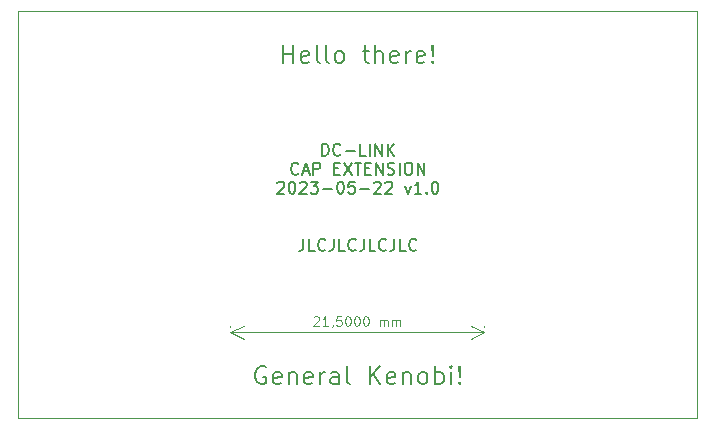
<source format=gto>
%TF.GenerationSoftware,KiCad,Pcbnew,6.0.2+dfsg-1*%
%TF.CreationDate,2023-05-25T22:22:25+02:00*%
%TF.ProjectId,dclink,64636c69-6e6b-42e6-9b69-6361645f7063,V0*%
%TF.SameCoordinates,Original*%
%TF.FileFunction,Legend,Top*%
%TF.FilePolarity,Positive*%
%FSLAX46Y46*%
G04 Gerber Fmt 4.6, Leading zero omitted, Abs format (unit mm)*
G04 Created by KiCad (PCBNEW 6.0.2+dfsg-1) date 2023-05-25 22:22:25*
%MOMM*%
%LPD*%
G01*
G04 APERTURE LIST*
%ADD10C,0.150000*%
%ADD11C,0.200000*%
%ADD12C,0.120000*%
%ADD13C,12.708000*%
%ADD14C,12.200000*%
%ADD15O,4.500000X4.000000*%
G04 APERTURE END LIST*
D10*
X146852380Y-106827380D02*
X146852380Y-105827380D01*
X147090476Y-105827380D01*
X147233333Y-105875000D01*
X147328571Y-105970238D01*
X147376190Y-106065476D01*
X147423809Y-106255952D01*
X147423809Y-106398809D01*
X147376190Y-106589285D01*
X147328571Y-106684523D01*
X147233333Y-106779761D01*
X147090476Y-106827380D01*
X146852380Y-106827380D01*
X148423809Y-106732142D02*
X148376190Y-106779761D01*
X148233333Y-106827380D01*
X148138095Y-106827380D01*
X147995238Y-106779761D01*
X147900000Y-106684523D01*
X147852380Y-106589285D01*
X147804761Y-106398809D01*
X147804761Y-106255952D01*
X147852380Y-106065476D01*
X147900000Y-105970238D01*
X147995238Y-105875000D01*
X148138095Y-105827380D01*
X148233333Y-105827380D01*
X148376190Y-105875000D01*
X148423809Y-105922619D01*
X148852380Y-106446428D02*
X149614285Y-106446428D01*
X150566666Y-106827380D02*
X150090476Y-106827380D01*
X150090476Y-105827380D01*
X150900000Y-106827380D02*
X150900000Y-105827380D01*
X151376190Y-106827380D02*
X151376190Y-105827380D01*
X151947619Y-106827380D01*
X151947619Y-105827380D01*
X152423809Y-106827380D02*
X152423809Y-105827380D01*
X152995238Y-106827380D02*
X152566666Y-106255952D01*
X152995238Y-105827380D02*
X152423809Y-106398809D01*
X144852380Y-108342142D02*
X144804761Y-108389761D01*
X144661904Y-108437380D01*
X144566666Y-108437380D01*
X144423809Y-108389761D01*
X144328571Y-108294523D01*
X144280952Y-108199285D01*
X144233333Y-108008809D01*
X144233333Y-107865952D01*
X144280952Y-107675476D01*
X144328571Y-107580238D01*
X144423809Y-107485000D01*
X144566666Y-107437380D01*
X144661904Y-107437380D01*
X144804761Y-107485000D01*
X144852380Y-107532619D01*
X145233333Y-108151666D02*
X145709523Y-108151666D01*
X145138095Y-108437380D02*
X145471428Y-107437380D01*
X145804761Y-108437380D01*
X146138095Y-108437380D02*
X146138095Y-107437380D01*
X146519047Y-107437380D01*
X146614285Y-107485000D01*
X146661904Y-107532619D01*
X146709523Y-107627857D01*
X146709523Y-107770714D01*
X146661904Y-107865952D01*
X146614285Y-107913571D01*
X146519047Y-107961190D01*
X146138095Y-107961190D01*
X147900000Y-107913571D02*
X148233333Y-107913571D01*
X148376190Y-108437380D02*
X147900000Y-108437380D01*
X147900000Y-107437380D01*
X148376190Y-107437380D01*
X148709523Y-107437380D02*
X149376190Y-108437380D01*
X149376190Y-107437380D02*
X148709523Y-108437380D01*
X149614285Y-107437380D02*
X150185714Y-107437380D01*
X149900000Y-108437380D02*
X149900000Y-107437380D01*
X150519047Y-107913571D02*
X150852380Y-107913571D01*
X150995238Y-108437380D02*
X150519047Y-108437380D01*
X150519047Y-107437380D01*
X150995238Y-107437380D01*
X151423809Y-108437380D02*
X151423809Y-107437380D01*
X151995238Y-108437380D01*
X151995238Y-107437380D01*
X152423809Y-108389761D02*
X152566666Y-108437380D01*
X152804761Y-108437380D01*
X152900000Y-108389761D01*
X152947619Y-108342142D01*
X152995238Y-108246904D01*
X152995238Y-108151666D01*
X152947619Y-108056428D01*
X152900000Y-108008809D01*
X152804761Y-107961190D01*
X152614285Y-107913571D01*
X152519047Y-107865952D01*
X152471428Y-107818333D01*
X152423809Y-107723095D01*
X152423809Y-107627857D01*
X152471428Y-107532619D01*
X152519047Y-107485000D01*
X152614285Y-107437380D01*
X152852380Y-107437380D01*
X152995238Y-107485000D01*
X153423809Y-108437380D02*
X153423809Y-107437380D01*
X154090476Y-107437380D02*
X154280952Y-107437380D01*
X154376190Y-107485000D01*
X154471428Y-107580238D01*
X154519047Y-107770714D01*
X154519047Y-108104047D01*
X154471428Y-108294523D01*
X154376190Y-108389761D01*
X154280952Y-108437380D01*
X154090476Y-108437380D01*
X153995238Y-108389761D01*
X153900000Y-108294523D01*
X153852380Y-108104047D01*
X153852380Y-107770714D01*
X153900000Y-107580238D01*
X153995238Y-107485000D01*
X154090476Y-107437380D01*
X154947619Y-108437380D02*
X154947619Y-107437380D01*
X155519047Y-108437380D01*
X155519047Y-107437380D01*
X143090476Y-109142619D02*
X143138095Y-109095000D01*
X143233333Y-109047380D01*
X143471428Y-109047380D01*
X143566666Y-109095000D01*
X143614285Y-109142619D01*
X143661904Y-109237857D01*
X143661904Y-109333095D01*
X143614285Y-109475952D01*
X143042857Y-110047380D01*
X143661904Y-110047380D01*
X144280952Y-109047380D02*
X144376190Y-109047380D01*
X144471428Y-109095000D01*
X144519047Y-109142619D01*
X144566666Y-109237857D01*
X144614285Y-109428333D01*
X144614285Y-109666428D01*
X144566666Y-109856904D01*
X144519047Y-109952142D01*
X144471428Y-109999761D01*
X144376190Y-110047380D01*
X144280952Y-110047380D01*
X144185714Y-109999761D01*
X144138095Y-109952142D01*
X144090476Y-109856904D01*
X144042857Y-109666428D01*
X144042857Y-109428333D01*
X144090476Y-109237857D01*
X144138095Y-109142619D01*
X144185714Y-109095000D01*
X144280952Y-109047380D01*
X144995238Y-109142619D02*
X145042857Y-109095000D01*
X145138095Y-109047380D01*
X145376190Y-109047380D01*
X145471428Y-109095000D01*
X145519047Y-109142619D01*
X145566666Y-109237857D01*
X145566666Y-109333095D01*
X145519047Y-109475952D01*
X144947619Y-110047380D01*
X145566666Y-110047380D01*
X145900000Y-109047380D02*
X146519047Y-109047380D01*
X146185714Y-109428333D01*
X146328571Y-109428333D01*
X146423809Y-109475952D01*
X146471428Y-109523571D01*
X146519047Y-109618809D01*
X146519047Y-109856904D01*
X146471428Y-109952142D01*
X146423809Y-109999761D01*
X146328571Y-110047380D01*
X146042857Y-110047380D01*
X145947619Y-109999761D01*
X145900000Y-109952142D01*
X146947619Y-109666428D02*
X147709523Y-109666428D01*
X148376190Y-109047380D02*
X148471428Y-109047380D01*
X148566666Y-109095000D01*
X148614285Y-109142619D01*
X148661904Y-109237857D01*
X148709523Y-109428333D01*
X148709523Y-109666428D01*
X148661904Y-109856904D01*
X148614285Y-109952142D01*
X148566666Y-109999761D01*
X148471428Y-110047380D01*
X148376190Y-110047380D01*
X148280952Y-109999761D01*
X148233333Y-109952142D01*
X148185714Y-109856904D01*
X148138095Y-109666428D01*
X148138095Y-109428333D01*
X148185714Y-109237857D01*
X148233333Y-109142619D01*
X148280952Y-109095000D01*
X148376190Y-109047380D01*
X149614285Y-109047380D02*
X149138095Y-109047380D01*
X149090476Y-109523571D01*
X149138095Y-109475952D01*
X149233333Y-109428333D01*
X149471428Y-109428333D01*
X149566666Y-109475952D01*
X149614285Y-109523571D01*
X149661904Y-109618809D01*
X149661904Y-109856904D01*
X149614285Y-109952142D01*
X149566666Y-109999761D01*
X149471428Y-110047380D01*
X149233333Y-110047380D01*
X149138095Y-109999761D01*
X149090476Y-109952142D01*
X150090476Y-109666428D02*
X150852380Y-109666428D01*
X151280952Y-109142619D02*
X151328571Y-109095000D01*
X151423809Y-109047380D01*
X151661904Y-109047380D01*
X151757142Y-109095000D01*
X151804761Y-109142619D01*
X151852380Y-109237857D01*
X151852380Y-109333095D01*
X151804761Y-109475952D01*
X151233333Y-110047380D01*
X151852380Y-110047380D01*
X152233333Y-109142619D02*
X152280952Y-109095000D01*
X152376190Y-109047380D01*
X152614285Y-109047380D01*
X152709523Y-109095000D01*
X152757142Y-109142619D01*
X152804761Y-109237857D01*
X152804761Y-109333095D01*
X152757142Y-109475952D01*
X152185714Y-110047380D01*
X152804761Y-110047380D01*
X153900000Y-109380714D02*
X154138095Y-110047380D01*
X154376190Y-109380714D01*
X155280952Y-110047380D02*
X154709523Y-110047380D01*
X154995238Y-110047380D02*
X154995238Y-109047380D01*
X154900000Y-109190238D01*
X154804761Y-109285476D01*
X154709523Y-109333095D01*
X155709523Y-109952142D02*
X155757142Y-109999761D01*
X155709523Y-110047380D01*
X155661904Y-109999761D01*
X155709523Y-109952142D01*
X155709523Y-110047380D01*
X156376190Y-109047380D02*
X156471428Y-109047380D01*
X156566666Y-109095000D01*
X156614285Y-109142619D01*
X156661904Y-109237857D01*
X156709523Y-109428333D01*
X156709523Y-109666428D01*
X156661904Y-109856904D01*
X156614285Y-109952142D01*
X156566666Y-109999761D01*
X156471428Y-110047380D01*
X156376190Y-110047380D01*
X156280952Y-109999761D01*
X156233333Y-109952142D01*
X156185714Y-109856904D01*
X156138095Y-109666428D01*
X156138095Y-109428333D01*
X156185714Y-109237857D01*
X156233333Y-109142619D01*
X156280952Y-109095000D01*
X156376190Y-109047380D01*
X145280952Y-113877380D02*
X145280952Y-114591666D01*
X145233333Y-114734523D01*
X145138095Y-114829761D01*
X144995238Y-114877380D01*
X144900000Y-114877380D01*
X146233333Y-114877380D02*
X145757142Y-114877380D01*
X145757142Y-113877380D01*
X147138095Y-114782142D02*
X147090476Y-114829761D01*
X146947619Y-114877380D01*
X146852380Y-114877380D01*
X146709523Y-114829761D01*
X146614285Y-114734523D01*
X146566666Y-114639285D01*
X146519047Y-114448809D01*
X146519047Y-114305952D01*
X146566666Y-114115476D01*
X146614285Y-114020238D01*
X146709523Y-113925000D01*
X146852380Y-113877380D01*
X146947619Y-113877380D01*
X147090476Y-113925000D01*
X147138095Y-113972619D01*
X147852380Y-113877380D02*
X147852380Y-114591666D01*
X147804761Y-114734523D01*
X147709523Y-114829761D01*
X147566666Y-114877380D01*
X147471428Y-114877380D01*
X148804761Y-114877380D02*
X148328571Y-114877380D01*
X148328571Y-113877380D01*
X149709523Y-114782142D02*
X149661904Y-114829761D01*
X149519047Y-114877380D01*
X149423809Y-114877380D01*
X149280952Y-114829761D01*
X149185714Y-114734523D01*
X149138095Y-114639285D01*
X149090476Y-114448809D01*
X149090476Y-114305952D01*
X149138095Y-114115476D01*
X149185714Y-114020238D01*
X149280952Y-113925000D01*
X149423809Y-113877380D01*
X149519047Y-113877380D01*
X149661904Y-113925000D01*
X149709523Y-113972619D01*
X150423809Y-113877380D02*
X150423809Y-114591666D01*
X150376190Y-114734523D01*
X150280952Y-114829761D01*
X150138095Y-114877380D01*
X150042857Y-114877380D01*
X151376190Y-114877380D02*
X150900000Y-114877380D01*
X150900000Y-113877380D01*
X152280952Y-114782142D02*
X152233333Y-114829761D01*
X152090476Y-114877380D01*
X151995238Y-114877380D01*
X151852380Y-114829761D01*
X151757142Y-114734523D01*
X151709523Y-114639285D01*
X151661904Y-114448809D01*
X151661904Y-114305952D01*
X151709523Y-114115476D01*
X151757142Y-114020238D01*
X151852380Y-113925000D01*
X151995238Y-113877380D01*
X152090476Y-113877380D01*
X152233333Y-113925000D01*
X152280952Y-113972619D01*
X152995238Y-113877380D02*
X152995238Y-114591666D01*
X152947619Y-114734523D01*
X152852380Y-114829761D01*
X152709523Y-114877380D01*
X152614285Y-114877380D01*
X153947619Y-114877380D02*
X153471428Y-114877380D01*
X153471428Y-113877380D01*
X154852380Y-114782142D02*
X154804761Y-114829761D01*
X154661904Y-114877380D01*
X154566666Y-114877380D01*
X154423809Y-114829761D01*
X154328571Y-114734523D01*
X154280952Y-114639285D01*
X154233333Y-114448809D01*
X154233333Y-114305952D01*
X154280952Y-114115476D01*
X154328571Y-114020238D01*
X154423809Y-113925000D01*
X154566666Y-113877380D01*
X154661904Y-113877380D01*
X154804761Y-113925000D01*
X154852380Y-113972619D01*
D11*
X142078571Y-124750000D02*
X141935714Y-124678571D01*
X141721428Y-124678571D01*
X141507142Y-124750000D01*
X141364285Y-124892857D01*
X141292857Y-125035714D01*
X141221428Y-125321428D01*
X141221428Y-125535714D01*
X141292857Y-125821428D01*
X141364285Y-125964285D01*
X141507142Y-126107142D01*
X141721428Y-126178571D01*
X141864285Y-126178571D01*
X142078571Y-126107142D01*
X142150000Y-126035714D01*
X142150000Y-125535714D01*
X141864285Y-125535714D01*
X143364285Y-126107142D02*
X143221428Y-126178571D01*
X142935714Y-126178571D01*
X142792857Y-126107142D01*
X142721428Y-125964285D01*
X142721428Y-125392857D01*
X142792857Y-125250000D01*
X142935714Y-125178571D01*
X143221428Y-125178571D01*
X143364285Y-125250000D01*
X143435714Y-125392857D01*
X143435714Y-125535714D01*
X142721428Y-125678571D01*
X144078571Y-125178571D02*
X144078571Y-126178571D01*
X144078571Y-125321428D02*
X144150000Y-125250000D01*
X144292857Y-125178571D01*
X144507142Y-125178571D01*
X144650000Y-125250000D01*
X144721428Y-125392857D01*
X144721428Y-126178571D01*
X146007142Y-126107142D02*
X145864285Y-126178571D01*
X145578571Y-126178571D01*
X145435714Y-126107142D01*
X145364285Y-125964285D01*
X145364285Y-125392857D01*
X145435714Y-125250000D01*
X145578571Y-125178571D01*
X145864285Y-125178571D01*
X146007142Y-125250000D01*
X146078571Y-125392857D01*
X146078571Y-125535714D01*
X145364285Y-125678571D01*
X146721428Y-126178571D02*
X146721428Y-125178571D01*
X146721428Y-125464285D02*
X146792857Y-125321428D01*
X146864285Y-125250000D01*
X147007142Y-125178571D01*
X147150000Y-125178571D01*
X148292857Y-126178571D02*
X148292857Y-125392857D01*
X148221428Y-125250000D01*
X148078571Y-125178571D01*
X147792857Y-125178571D01*
X147650000Y-125250000D01*
X148292857Y-126107142D02*
X148150000Y-126178571D01*
X147792857Y-126178571D01*
X147650000Y-126107142D01*
X147578571Y-125964285D01*
X147578571Y-125821428D01*
X147650000Y-125678571D01*
X147792857Y-125607142D01*
X148150000Y-125607142D01*
X148292857Y-125535714D01*
X149221428Y-126178571D02*
X149078571Y-126107142D01*
X149007142Y-125964285D01*
X149007142Y-124678571D01*
X150935714Y-126178571D02*
X150935714Y-124678571D01*
X151792857Y-126178571D02*
X151150000Y-125321428D01*
X151792857Y-124678571D02*
X150935714Y-125535714D01*
X153007142Y-126107142D02*
X152864285Y-126178571D01*
X152578571Y-126178571D01*
X152435714Y-126107142D01*
X152364285Y-125964285D01*
X152364285Y-125392857D01*
X152435714Y-125250000D01*
X152578571Y-125178571D01*
X152864285Y-125178571D01*
X153007142Y-125250000D01*
X153078571Y-125392857D01*
X153078571Y-125535714D01*
X152364285Y-125678571D01*
X153721428Y-125178571D02*
X153721428Y-126178571D01*
X153721428Y-125321428D02*
X153792857Y-125250000D01*
X153935714Y-125178571D01*
X154150000Y-125178571D01*
X154292857Y-125250000D01*
X154364285Y-125392857D01*
X154364285Y-126178571D01*
X155292857Y-126178571D02*
X155150000Y-126107142D01*
X155078571Y-126035714D01*
X155007142Y-125892857D01*
X155007142Y-125464285D01*
X155078571Y-125321428D01*
X155150000Y-125250000D01*
X155292857Y-125178571D01*
X155507142Y-125178571D01*
X155650000Y-125250000D01*
X155721428Y-125321428D01*
X155792857Y-125464285D01*
X155792857Y-125892857D01*
X155721428Y-126035714D01*
X155650000Y-126107142D01*
X155507142Y-126178571D01*
X155292857Y-126178571D01*
X156435714Y-126178571D02*
X156435714Y-124678571D01*
X156435714Y-125250000D02*
X156578571Y-125178571D01*
X156864285Y-125178571D01*
X157007142Y-125250000D01*
X157078571Y-125321428D01*
X157150000Y-125464285D01*
X157150000Y-125892857D01*
X157078571Y-126035714D01*
X157007142Y-126107142D01*
X156864285Y-126178571D01*
X156578571Y-126178571D01*
X156435714Y-126107142D01*
X157792857Y-126178571D02*
X157792857Y-125178571D01*
X157792857Y-124678571D02*
X157721428Y-124750000D01*
X157792857Y-124821428D01*
X157864285Y-124750000D01*
X157792857Y-124678571D01*
X157792857Y-124821428D01*
X158507142Y-126035714D02*
X158578571Y-126107142D01*
X158507142Y-126178571D01*
X158435714Y-126107142D01*
X158507142Y-126035714D01*
X158507142Y-126178571D01*
X158507142Y-125607142D02*
X158435714Y-124750000D01*
X158507142Y-124678571D01*
X158578571Y-124750000D01*
X158507142Y-125607142D01*
X158507142Y-124678571D01*
X143578571Y-98978571D02*
X143578571Y-97478571D01*
X143578571Y-98192857D02*
X144435714Y-98192857D01*
X144435714Y-98978571D02*
X144435714Y-97478571D01*
X145721428Y-98907142D02*
X145578571Y-98978571D01*
X145292857Y-98978571D01*
X145150000Y-98907142D01*
X145078571Y-98764285D01*
X145078571Y-98192857D01*
X145150000Y-98050000D01*
X145292857Y-97978571D01*
X145578571Y-97978571D01*
X145721428Y-98050000D01*
X145792857Y-98192857D01*
X145792857Y-98335714D01*
X145078571Y-98478571D01*
X146650000Y-98978571D02*
X146507142Y-98907142D01*
X146435714Y-98764285D01*
X146435714Y-97478571D01*
X147435714Y-98978571D02*
X147292857Y-98907142D01*
X147221428Y-98764285D01*
X147221428Y-97478571D01*
X148221428Y-98978571D02*
X148078571Y-98907142D01*
X148007142Y-98835714D01*
X147935714Y-98692857D01*
X147935714Y-98264285D01*
X148007142Y-98121428D01*
X148078571Y-98050000D01*
X148221428Y-97978571D01*
X148435714Y-97978571D01*
X148578571Y-98050000D01*
X148650000Y-98121428D01*
X148721428Y-98264285D01*
X148721428Y-98692857D01*
X148650000Y-98835714D01*
X148578571Y-98907142D01*
X148435714Y-98978571D01*
X148221428Y-98978571D01*
X150292857Y-97978571D02*
X150864285Y-97978571D01*
X150507142Y-97478571D02*
X150507142Y-98764285D01*
X150578571Y-98907142D01*
X150721428Y-98978571D01*
X150864285Y-98978571D01*
X151364285Y-98978571D02*
X151364285Y-97478571D01*
X152007142Y-98978571D02*
X152007142Y-98192857D01*
X151935714Y-98050000D01*
X151792857Y-97978571D01*
X151578571Y-97978571D01*
X151435714Y-98050000D01*
X151364285Y-98121428D01*
X153292857Y-98907142D02*
X153150000Y-98978571D01*
X152864285Y-98978571D01*
X152721428Y-98907142D01*
X152650000Y-98764285D01*
X152650000Y-98192857D01*
X152721428Y-98050000D01*
X152864285Y-97978571D01*
X153150000Y-97978571D01*
X153292857Y-98050000D01*
X153364285Y-98192857D01*
X153364285Y-98335714D01*
X152650000Y-98478571D01*
X154007142Y-98978571D02*
X154007142Y-97978571D01*
X154007142Y-98264285D02*
X154078571Y-98121428D01*
X154150000Y-98050000D01*
X154292857Y-97978571D01*
X154435714Y-97978571D01*
X155507142Y-98907142D02*
X155364285Y-98978571D01*
X155078571Y-98978571D01*
X154935714Y-98907142D01*
X154864285Y-98764285D01*
X154864285Y-98192857D01*
X154935714Y-98050000D01*
X155078571Y-97978571D01*
X155364285Y-97978571D01*
X155507142Y-98050000D01*
X155578571Y-98192857D01*
X155578571Y-98335714D01*
X154864285Y-98478571D01*
X156221428Y-98835714D02*
X156292857Y-98907142D01*
X156221428Y-98978571D01*
X156150000Y-98907142D01*
X156221428Y-98835714D01*
X156221428Y-98978571D01*
X156221428Y-98407142D02*
X156150000Y-97550000D01*
X156221428Y-97478571D01*
X156292857Y-97550000D01*
X156221428Y-98407142D01*
X156221428Y-97478571D01*
D12*
X146154761Y-120518095D02*
X146192857Y-120480000D01*
X146269047Y-120441904D01*
X146459523Y-120441904D01*
X146535714Y-120480000D01*
X146573809Y-120518095D01*
X146611904Y-120594285D01*
X146611904Y-120670476D01*
X146573809Y-120784761D01*
X146116666Y-121241904D01*
X146611904Y-121241904D01*
X147373809Y-121241904D02*
X146916666Y-121241904D01*
X147145238Y-121241904D02*
X147145238Y-120441904D01*
X147069047Y-120556190D01*
X146992857Y-120632380D01*
X146916666Y-120670476D01*
X147754761Y-121203809D02*
X147754761Y-121241904D01*
X147716666Y-121318095D01*
X147678571Y-121356190D01*
X148478571Y-120441904D02*
X148097619Y-120441904D01*
X148059523Y-120822857D01*
X148097619Y-120784761D01*
X148173809Y-120746666D01*
X148364285Y-120746666D01*
X148440476Y-120784761D01*
X148478571Y-120822857D01*
X148516666Y-120899047D01*
X148516666Y-121089523D01*
X148478571Y-121165714D01*
X148440476Y-121203809D01*
X148364285Y-121241904D01*
X148173809Y-121241904D01*
X148097619Y-121203809D01*
X148059523Y-121165714D01*
X149011904Y-120441904D02*
X149088095Y-120441904D01*
X149164285Y-120480000D01*
X149202380Y-120518095D01*
X149240476Y-120594285D01*
X149278571Y-120746666D01*
X149278571Y-120937142D01*
X149240476Y-121089523D01*
X149202380Y-121165714D01*
X149164285Y-121203809D01*
X149088095Y-121241904D01*
X149011904Y-121241904D01*
X148935714Y-121203809D01*
X148897619Y-121165714D01*
X148859523Y-121089523D01*
X148821428Y-120937142D01*
X148821428Y-120746666D01*
X148859523Y-120594285D01*
X148897619Y-120518095D01*
X148935714Y-120480000D01*
X149011904Y-120441904D01*
X149773809Y-120441904D02*
X149850000Y-120441904D01*
X149926190Y-120480000D01*
X149964285Y-120518095D01*
X150002380Y-120594285D01*
X150040476Y-120746666D01*
X150040476Y-120937142D01*
X150002380Y-121089523D01*
X149964285Y-121165714D01*
X149926190Y-121203809D01*
X149850000Y-121241904D01*
X149773809Y-121241904D01*
X149697619Y-121203809D01*
X149659523Y-121165714D01*
X149621428Y-121089523D01*
X149583333Y-120937142D01*
X149583333Y-120746666D01*
X149621428Y-120594285D01*
X149659523Y-120518095D01*
X149697619Y-120480000D01*
X149773809Y-120441904D01*
X150535714Y-120441904D02*
X150611904Y-120441904D01*
X150688095Y-120480000D01*
X150726190Y-120518095D01*
X150764285Y-120594285D01*
X150802380Y-120746666D01*
X150802380Y-120937142D01*
X150764285Y-121089523D01*
X150726190Y-121165714D01*
X150688095Y-121203809D01*
X150611904Y-121241904D01*
X150535714Y-121241904D01*
X150459523Y-121203809D01*
X150421428Y-121165714D01*
X150383333Y-121089523D01*
X150345238Y-120937142D01*
X150345238Y-120746666D01*
X150383333Y-120594285D01*
X150421428Y-120518095D01*
X150459523Y-120480000D01*
X150535714Y-120441904D01*
X151754761Y-121241904D02*
X151754761Y-120708571D01*
X151754761Y-120784761D02*
X151792857Y-120746666D01*
X151869047Y-120708571D01*
X151983333Y-120708571D01*
X152059523Y-120746666D01*
X152097619Y-120822857D01*
X152097619Y-121241904D01*
X152097619Y-120822857D02*
X152135714Y-120746666D01*
X152211904Y-120708571D01*
X152326190Y-120708571D01*
X152402380Y-120746666D01*
X152440476Y-120822857D01*
X152440476Y-121241904D01*
X152821428Y-121241904D02*
X152821428Y-120708571D01*
X152821428Y-120784761D02*
X152859523Y-120746666D01*
X152935714Y-120708571D01*
X153050000Y-120708571D01*
X153126190Y-120746666D01*
X153164285Y-120822857D01*
X153164285Y-121241904D01*
X153164285Y-120822857D02*
X153202380Y-120746666D01*
X153278571Y-120708571D01*
X153392857Y-120708571D01*
X153469047Y-120746666D01*
X153507142Y-120822857D01*
X153507142Y-121241904D01*
X139100000Y-121300000D02*
X139100000Y-121213580D01*
X160600000Y-121300000D02*
X160600000Y-121213580D01*
X139100000Y-121800000D02*
X160600000Y-121800000D01*
X139100000Y-121800000D02*
X160600000Y-121800000D01*
X139100000Y-121800000D02*
X140226504Y-122386421D01*
X139100000Y-121800000D02*
X140226504Y-121213579D01*
X160600000Y-121800000D02*
X159473496Y-121213579D01*
X160600000Y-121800000D02*
X159473496Y-122386421D01*
D10*
%TO.C, *%
D12*
X178600000Y-129050000D02*
X121100000Y-129050000D01*
X121100000Y-129050000D02*
X121100000Y-94550000D01*
X121100000Y-94550000D02*
X178600000Y-94550000D01*
X178600000Y-94550000D02*
X178600000Y-129050000D01*
%TD*%
%LPC*%
D13*
%TO.C, *%
X129350000Y-86000000D03*
D14*
X170350000Y-86000000D03*
%TD*%
D15*
%TO.C, *%
X175850000Y-121800000D03*
X123850000Y-121800000D03*
X175850000Y-101800000D03*
X123850000Y-101800000D03*
%TD*%
M02*

</source>
